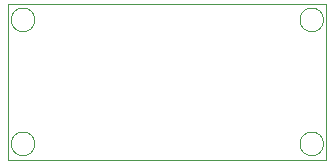
<source format=gbr>
%TF.GenerationSoftware,KiCad,Pcbnew,9.0.2*%
%TF.CreationDate,2025-09-11T23:54:02+05:30*%
%TF.ProjectId,DC_BUCK_CONVERTER,44435f42-5543-44b5-9f43-4f4e56455254,rev?*%
%TF.SameCoordinates,Original*%
%TF.FileFunction,Profile,NP*%
%FSLAX46Y46*%
G04 Gerber Fmt 4.6, Leading zero omitted, Abs format (unit mm)*
G04 Created by KiCad (PCBNEW 9.0.2) date 2025-09-11 23:54:02*
%MOMM*%
%LPD*%
G01*
G04 APERTURE LIST*
%TA.AperFunction,Profile*%
%ADD10C,0.050000*%
%TD*%
G04 APERTURE END LIST*
D10*
X147250000Y-76800000D02*
X174150000Y-76800000D01*
X174150000Y-89950000D01*
X147250000Y-89950000D01*
X147250000Y-76800000D01*
X173950000Y-78100000D02*
G75*
G02*
X171950000Y-78100000I-1000000J0D01*
G01*
X171950000Y-78100000D02*
G75*
G02*
X173950000Y-78100000I1000000J0D01*
G01*
X173950000Y-88600000D02*
G75*
G02*
X171950000Y-88600000I-1000000J0D01*
G01*
X171950000Y-88600000D02*
G75*
G02*
X173950000Y-88600000I1000000J0D01*
G01*
X149500000Y-88600000D02*
G75*
G02*
X147500000Y-88600000I-1000000J0D01*
G01*
X147500000Y-88600000D02*
G75*
G02*
X149500000Y-88600000I1000000J0D01*
G01*
X149500000Y-78100000D02*
G75*
G02*
X147500000Y-78100000I-1000000J0D01*
G01*
X147500000Y-78100000D02*
G75*
G02*
X149500000Y-78100000I1000000J0D01*
G01*
M02*

</source>
